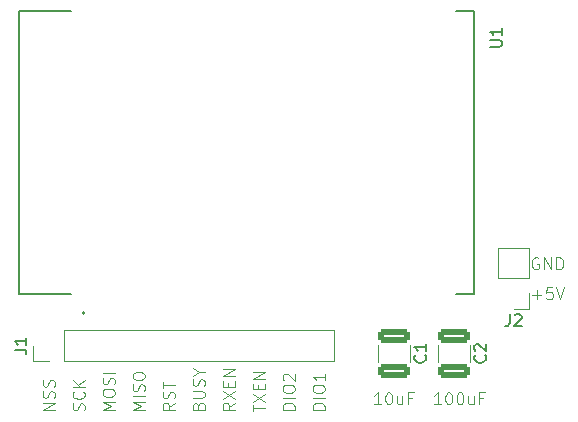
<source format=gto>
G04 #@! TF.GenerationSoftware,KiCad,Pcbnew,8.0.8*
G04 #@! TF.CreationDate,2025-02-15T12:45:03+02:00*
G04 #@! TF.ProjectId,E900M30S shield,45393030-4d33-4305-9320-736869656c64,rev?*
G04 #@! TF.SameCoordinates,Original*
G04 #@! TF.FileFunction,Legend,Top*
G04 #@! TF.FilePolarity,Positive*
%FSLAX46Y46*%
G04 Gerber Fmt 4.6, Leading zero omitted, Abs format (unit mm)*
G04 Created by KiCad (PCBNEW 8.0.8) date 2025-02-15 12:45:03*
%MOMM*%
%LPD*%
G01*
G04 APERTURE LIST*
G04 Aperture macros list*
%AMRoundRect*
0 Rectangle with rounded corners*
0 $1 Rounding radius*
0 $2 $3 $4 $5 $6 $7 $8 $9 X,Y pos of 4 corners*
0 Add a 4 corners polygon primitive as box body*
4,1,4,$2,$3,$4,$5,$6,$7,$8,$9,$2,$3,0*
0 Add four circle primitives for the rounded corners*
1,1,$1+$1,$2,$3*
1,1,$1+$1,$4,$5*
1,1,$1+$1,$6,$7*
1,1,$1+$1,$8,$9*
0 Add four rect primitives between the rounded corners*
20,1,$1+$1,$2,$3,$4,$5,0*
20,1,$1+$1,$4,$5,$6,$7,0*
20,1,$1+$1,$6,$7,$8,$9,0*
20,1,$1+$1,$8,$9,$2,$3,0*%
G04 Aperture macros list end*
%ADD10C,0.100000*%
%ADD11C,0.150000*%
%ADD12C,0.120000*%
%ADD13C,0.127000*%
%ADD14C,0.200000*%
%ADD15R,1.700000X1.700000*%
%ADD16O,1.700000X1.700000*%
%ADD17RoundRect,0.250000X-1.100000X0.325000X-1.100000X-0.325000X1.100000X-0.325000X1.100000X0.325000X0*%
%ADD18R,1.510000X2.080000*%
G04 APERTURE END LIST*
D10*
X147512693Y-133857419D02*
X146941265Y-133857419D01*
X147226979Y-133857419D02*
X147226979Y-132857419D01*
X147226979Y-132857419D02*
X147131741Y-133000276D01*
X147131741Y-133000276D02*
X147036503Y-133095514D01*
X147036503Y-133095514D02*
X146941265Y-133143133D01*
X148131741Y-132857419D02*
X148226979Y-132857419D01*
X148226979Y-132857419D02*
X148322217Y-132905038D01*
X148322217Y-132905038D02*
X148369836Y-132952657D01*
X148369836Y-132952657D02*
X148417455Y-133047895D01*
X148417455Y-133047895D02*
X148465074Y-133238371D01*
X148465074Y-133238371D02*
X148465074Y-133476466D01*
X148465074Y-133476466D02*
X148417455Y-133666942D01*
X148417455Y-133666942D02*
X148369836Y-133762180D01*
X148369836Y-133762180D02*
X148322217Y-133809800D01*
X148322217Y-133809800D02*
X148226979Y-133857419D01*
X148226979Y-133857419D02*
X148131741Y-133857419D01*
X148131741Y-133857419D02*
X148036503Y-133809800D01*
X148036503Y-133809800D02*
X147988884Y-133762180D01*
X147988884Y-133762180D02*
X147941265Y-133666942D01*
X147941265Y-133666942D02*
X147893646Y-133476466D01*
X147893646Y-133476466D02*
X147893646Y-133238371D01*
X147893646Y-133238371D02*
X147941265Y-133047895D01*
X147941265Y-133047895D02*
X147988884Y-132952657D01*
X147988884Y-132952657D02*
X148036503Y-132905038D01*
X148036503Y-132905038D02*
X148131741Y-132857419D01*
X149322217Y-133190752D02*
X149322217Y-133857419D01*
X148893646Y-133190752D02*
X148893646Y-133714561D01*
X148893646Y-133714561D02*
X148941265Y-133809800D01*
X148941265Y-133809800D02*
X149036503Y-133857419D01*
X149036503Y-133857419D02*
X149179360Y-133857419D01*
X149179360Y-133857419D02*
X149274598Y-133809800D01*
X149274598Y-133809800D02*
X149322217Y-133762180D01*
X150131741Y-133333609D02*
X149798408Y-133333609D01*
X149798408Y-133857419D02*
X149798408Y-132857419D01*
X149798408Y-132857419D02*
X150274598Y-132857419D01*
X124967419Y-134316115D02*
X123967419Y-134316115D01*
X123967419Y-134316115D02*
X124681704Y-133982782D01*
X124681704Y-133982782D02*
X123967419Y-133649449D01*
X123967419Y-133649449D02*
X124967419Y-133649449D01*
X123967419Y-132982782D02*
X123967419Y-132792306D01*
X123967419Y-132792306D02*
X124015038Y-132697068D01*
X124015038Y-132697068D02*
X124110276Y-132601830D01*
X124110276Y-132601830D02*
X124300752Y-132554211D01*
X124300752Y-132554211D02*
X124634085Y-132554211D01*
X124634085Y-132554211D02*
X124824561Y-132601830D01*
X124824561Y-132601830D02*
X124919800Y-132697068D01*
X124919800Y-132697068D02*
X124967419Y-132792306D01*
X124967419Y-132792306D02*
X124967419Y-132982782D01*
X124967419Y-132982782D02*
X124919800Y-133078020D01*
X124919800Y-133078020D02*
X124824561Y-133173258D01*
X124824561Y-133173258D02*
X124634085Y-133220877D01*
X124634085Y-133220877D02*
X124300752Y-133220877D01*
X124300752Y-133220877D02*
X124110276Y-133173258D01*
X124110276Y-133173258D02*
X124015038Y-133078020D01*
X124015038Y-133078020D02*
X123967419Y-132982782D01*
X124919800Y-132173258D02*
X124967419Y-132030401D01*
X124967419Y-132030401D02*
X124967419Y-131792306D01*
X124967419Y-131792306D02*
X124919800Y-131697068D01*
X124919800Y-131697068D02*
X124872180Y-131649449D01*
X124872180Y-131649449D02*
X124776942Y-131601830D01*
X124776942Y-131601830D02*
X124681704Y-131601830D01*
X124681704Y-131601830D02*
X124586466Y-131649449D01*
X124586466Y-131649449D02*
X124538847Y-131697068D01*
X124538847Y-131697068D02*
X124491228Y-131792306D01*
X124491228Y-131792306D02*
X124443609Y-131982782D01*
X124443609Y-131982782D02*
X124395990Y-132078020D01*
X124395990Y-132078020D02*
X124348371Y-132125639D01*
X124348371Y-132125639D02*
X124253133Y-132173258D01*
X124253133Y-132173258D02*
X124157895Y-132173258D01*
X124157895Y-132173258D02*
X124062657Y-132125639D01*
X124062657Y-132125639D02*
X124015038Y-132078020D01*
X124015038Y-132078020D02*
X123967419Y-131982782D01*
X123967419Y-131982782D02*
X123967419Y-131744687D01*
X123967419Y-131744687D02*
X124015038Y-131601830D01*
X124967419Y-131173258D02*
X123967419Y-131173258D01*
X160323884Y-124586466D02*
X161085789Y-124586466D01*
X160704836Y-124967419D02*
X160704836Y-124205514D01*
X162038169Y-123967419D02*
X161561979Y-123967419D01*
X161561979Y-123967419D02*
X161514360Y-124443609D01*
X161514360Y-124443609D02*
X161561979Y-124395990D01*
X161561979Y-124395990D02*
X161657217Y-124348371D01*
X161657217Y-124348371D02*
X161895312Y-124348371D01*
X161895312Y-124348371D02*
X161990550Y-124395990D01*
X161990550Y-124395990D02*
X162038169Y-124443609D01*
X162038169Y-124443609D02*
X162085788Y-124538847D01*
X162085788Y-124538847D02*
X162085788Y-124776942D01*
X162085788Y-124776942D02*
X162038169Y-124872180D01*
X162038169Y-124872180D02*
X161990550Y-124919800D01*
X161990550Y-124919800D02*
X161895312Y-124967419D01*
X161895312Y-124967419D02*
X161657217Y-124967419D01*
X161657217Y-124967419D02*
X161561979Y-124919800D01*
X161561979Y-124919800D02*
X161514360Y-124872180D01*
X162371503Y-123967419D02*
X162704836Y-124967419D01*
X162704836Y-124967419D02*
X163038169Y-123967419D01*
X127507419Y-134316115D02*
X126507419Y-134316115D01*
X126507419Y-134316115D02*
X127221704Y-133982782D01*
X127221704Y-133982782D02*
X126507419Y-133649449D01*
X126507419Y-133649449D02*
X127507419Y-133649449D01*
X127507419Y-133173258D02*
X126507419Y-133173258D01*
X127459800Y-132744687D02*
X127507419Y-132601830D01*
X127507419Y-132601830D02*
X127507419Y-132363735D01*
X127507419Y-132363735D02*
X127459800Y-132268497D01*
X127459800Y-132268497D02*
X127412180Y-132220878D01*
X127412180Y-132220878D02*
X127316942Y-132173259D01*
X127316942Y-132173259D02*
X127221704Y-132173259D01*
X127221704Y-132173259D02*
X127126466Y-132220878D01*
X127126466Y-132220878D02*
X127078847Y-132268497D01*
X127078847Y-132268497D02*
X127031228Y-132363735D01*
X127031228Y-132363735D02*
X126983609Y-132554211D01*
X126983609Y-132554211D02*
X126935990Y-132649449D01*
X126935990Y-132649449D02*
X126888371Y-132697068D01*
X126888371Y-132697068D02*
X126793133Y-132744687D01*
X126793133Y-132744687D02*
X126697895Y-132744687D01*
X126697895Y-132744687D02*
X126602657Y-132697068D01*
X126602657Y-132697068D02*
X126555038Y-132649449D01*
X126555038Y-132649449D02*
X126507419Y-132554211D01*
X126507419Y-132554211D02*
X126507419Y-132316116D01*
X126507419Y-132316116D02*
X126555038Y-132173259D01*
X126507419Y-131554211D02*
X126507419Y-131363735D01*
X126507419Y-131363735D02*
X126555038Y-131268497D01*
X126555038Y-131268497D02*
X126650276Y-131173259D01*
X126650276Y-131173259D02*
X126840752Y-131125640D01*
X126840752Y-131125640D02*
X127174085Y-131125640D01*
X127174085Y-131125640D02*
X127364561Y-131173259D01*
X127364561Y-131173259D02*
X127459800Y-131268497D01*
X127459800Y-131268497D02*
X127507419Y-131363735D01*
X127507419Y-131363735D02*
X127507419Y-131554211D01*
X127507419Y-131554211D02*
X127459800Y-131649449D01*
X127459800Y-131649449D02*
X127364561Y-131744687D01*
X127364561Y-131744687D02*
X127174085Y-131792306D01*
X127174085Y-131792306D02*
X126840752Y-131792306D01*
X126840752Y-131792306D02*
X126650276Y-131744687D01*
X126650276Y-131744687D02*
X126555038Y-131649449D01*
X126555038Y-131649449D02*
X126507419Y-131554211D01*
X160847693Y-121475038D02*
X160752455Y-121427419D01*
X160752455Y-121427419D02*
X160609598Y-121427419D01*
X160609598Y-121427419D02*
X160466741Y-121475038D01*
X160466741Y-121475038D02*
X160371503Y-121570276D01*
X160371503Y-121570276D02*
X160323884Y-121665514D01*
X160323884Y-121665514D02*
X160276265Y-121855990D01*
X160276265Y-121855990D02*
X160276265Y-121998847D01*
X160276265Y-121998847D02*
X160323884Y-122189323D01*
X160323884Y-122189323D02*
X160371503Y-122284561D01*
X160371503Y-122284561D02*
X160466741Y-122379800D01*
X160466741Y-122379800D02*
X160609598Y-122427419D01*
X160609598Y-122427419D02*
X160704836Y-122427419D01*
X160704836Y-122427419D02*
X160847693Y-122379800D01*
X160847693Y-122379800D02*
X160895312Y-122332180D01*
X160895312Y-122332180D02*
X160895312Y-121998847D01*
X160895312Y-121998847D02*
X160704836Y-121998847D01*
X161323884Y-122427419D02*
X161323884Y-121427419D01*
X161323884Y-121427419D02*
X161895312Y-122427419D01*
X161895312Y-122427419D02*
X161895312Y-121427419D01*
X162371503Y-122427419D02*
X162371503Y-121427419D01*
X162371503Y-121427419D02*
X162609598Y-121427419D01*
X162609598Y-121427419D02*
X162752455Y-121475038D01*
X162752455Y-121475038D02*
X162847693Y-121570276D01*
X162847693Y-121570276D02*
X162895312Y-121665514D01*
X162895312Y-121665514D02*
X162942931Y-121855990D01*
X162942931Y-121855990D02*
X162942931Y-121998847D01*
X162942931Y-121998847D02*
X162895312Y-122189323D01*
X162895312Y-122189323D02*
X162847693Y-122284561D01*
X162847693Y-122284561D02*
X162752455Y-122379800D01*
X162752455Y-122379800D02*
X162609598Y-122427419D01*
X162609598Y-122427419D02*
X162371503Y-122427419D01*
X140207419Y-134316115D02*
X139207419Y-134316115D01*
X139207419Y-134316115D02*
X139207419Y-134078020D01*
X139207419Y-134078020D02*
X139255038Y-133935163D01*
X139255038Y-133935163D02*
X139350276Y-133839925D01*
X139350276Y-133839925D02*
X139445514Y-133792306D01*
X139445514Y-133792306D02*
X139635990Y-133744687D01*
X139635990Y-133744687D02*
X139778847Y-133744687D01*
X139778847Y-133744687D02*
X139969323Y-133792306D01*
X139969323Y-133792306D02*
X140064561Y-133839925D01*
X140064561Y-133839925D02*
X140159800Y-133935163D01*
X140159800Y-133935163D02*
X140207419Y-134078020D01*
X140207419Y-134078020D02*
X140207419Y-134316115D01*
X140207419Y-133316115D02*
X139207419Y-133316115D01*
X139207419Y-132649449D02*
X139207419Y-132458973D01*
X139207419Y-132458973D02*
X139255038Y-132363735D01*
X139255038Y-132363735D02*
X139350276Y-132268497D01*
X139350276Y-132268497D02*
X139540752Y-132220878D01*
X139540752Y-132220878D02*
X139874085Y-132220878D01*
X139874085Y-132220878D02*
X140064561Y-132268497D01*
X140064561Y-132268497D02*
X140159800Y-132363735D01*
X140159800Y-132363735D02*
X140207419Y-132458973D01*
X140207419Y-132458973D02*
X140207419Y-132649449D01*
X140207419Y-132649449D02*
X140159800Y-132744687D01*
X140159800Y-132744687D02*
X140064561Y-132839925D01*
X140064561Y-132839925D02*
X139874085Y-132887544D01*
X139874085Y-132887544D02*
X139540752Y-132887544D01*
X139540752Y-132887544D02*
X139350276Y-132839925D01*
X139350276Y-132839925D02*
X139255038Y-132744687D01*
X139255038Y-132744687D02*
X139207419Y-132649449D01*
X139302657Y-131839925D02*
X139255038Y-131792306D01*
X139255038Y-131792306D02*
X139207419Y-131697068D01*
X139207419Y-131697068D02*
X139207419Y-131458973D01*
X139207419Y-131458973D02*
X139255038Y-131363735D01*
X139255038Y-131363735D02*
X139302657Y-131316116D01*
X139302657Y-131316116D02*
X139397895Y-131268497D01*
X139397895Y-131268497D02*
X139493133Y-131268497D01*
X139493133Y-131268497D02*
X139635990Y-131316116D01*
X139635990Y-131316116D02*
X140207419Y-131887544D01*
X140207419Y-131887544D02*
X140207419Y-131268497D01*
X122379800Y-134363734D02*
X122427419Y-134220877D01*
X122427419Y-134220877D02*
X122427419Y-133982782D01*
X122427419Y-133982782D02*
X122379800Y-133887544D01*
X122379800Y-133887544D02*
X122332180Y-133839925D01*
X122332180Y-133839925D02*
X122236942Y-133792306D01*
X122236942Y-133792306D02*
X122141704Y-133792306D01*
X122141704Y-133792306D02*
X122046466Y-133839925D01*
X122046466Y-133839925D02*
X121998847Y-133887544D01*
X121998847Y-133887544D02*
X121951228Y-133982782D01*
X121951228Y-133982782D02*
X121903609Y-134173258D01*
X121903609Y-134173258D02*
X121855990Y-134268496D01*
X121855990Y-134268496D02*
X121808371Y-134316115D01*
X121808371Y-134316115D02*
X121713133Y-134363734D01*
X121713133Y-134363734D02*
X121617895Y-134363734D01*
X121617895Y-134363734D02*
X121522657Y-134316115D01*
X121522657Y-134316115D02*
X121475038Y-134268496D01*
X121475038Y-134268496D02*
X121427419Y-134173258D01*
X121427419Y-134173258D02*
X121427419Y-133935163D01*
X121427419Y-133935163D02*
X121475038Y-133792306D01*
X122332180Y-132792306D02*
X122379800Y-132839925D01*
X122379800Y-132839925D02*
X122427419Y-132982782D01*
X122427419Y-132982782D02*
X122427419Y-133078020D01*
X122427419Y-133078020D02*
X122379800Y-133220877D01*
X122379800Y-133220877D02*
X122284561Y-133316115D01*
X122284561Y-133316115D02*
X122189323Y-133363734D01*
X122189323Y-133363734D02*
X121998847Y-133411353D01*
X121998847Y-133411353D02*
X121855990Y-133411353D01*
X121855990Y-133411353D02*
X121665514Y-133363734D01*
X121665514Y-133363734D02*
X121570276Y-133316115D01*
X121570276Y-133316115D02*
X121475038Y-133220877D01*
X121475038Y-133220877D02*
X121427419Y-133078020D01*
X121427419Y-133078020D02*
X121427419Y-132982782D01*
X121427419Y-132982782D02*
X121475038Y-132839925D01*
X121475038Y-132839925D02*
X121522657Y-132792306D01*
X122427419Y-132363734D02*
X121427419Y-132363734D01*
X122427419Y-131792306D02*
X121855990Y-132220877D01*
X121427419Y-131792306D02*
X121998847Y-132363734D01*
X119887419Y-134316115D02*
X118887419Y-134316115D01*
X118887419Y-134316115D02*
X119887419Y-133744687D01*
X119887419Y-133744687D02*
X118887419Y-133744687D01*
X119839800Y-133316115D02*
X119887419Y-133173258D01*
X119887419Y-133173258D02*
X119887419Y-132935163D01*
X119887419Y-132935163D02*
X119839800Y-132839925D01*
X119839800Y-132839925D02*
X119792180Y-132792306D01*
X119792180Y-132792306D02*
X119696942Y-132744687D01*
X119696942Y-132744687D02*
X119601704Y-132744687D01*
X119601704Y-132744687D02*
X119506466Y-132792306D01*
X119506466Y-132792306D02*
X119458847Y-132839925D01*
X119458847Y-132839925D02*
X119411228Y-132935163D01*
X119411228Y-132935163D02*
X119363609Y-133125639D01*
X119363609Y-133125639D02*
X119315990Y-133220877D01*
X119315990Y-133220877D02*
X119268371Y-133268496D01*
X119268371Y-133268496D02*
X119173133Y-133316115D01*
X119173133Y-133316115D02*
X119077895Y-133316115D01*
X119077895Y-133316115D02*
X118982657Y-133268496D01*
X118982657Y-133268496D02*
X118935038Y-133220877D01*
X118935038Y-133220877D02*
X118887419Y-133125639D01*
X118887419Y-133125639D02*
X118887419Y-132887544D01*
X118887419Y-132887544D02*
X118935038Y-132744687D01*
X119839800Y-132363734D02*
X119887419Y-132220877D01*
X119887419Y-132220877D02*
X119887419Y-131982782D01*
X119887419Y-131982782D02*
X119839800Y-131887544D01*
X119839800Y-131887544D02*
X119792180Y-131839925D01*
X119792180Y-131839925D02*
X119696942Y-131792306D01*
X119696942Y-131792306D02*
X119601704Y-131792306D01*
X119601704Y-131792306D02*
X119506466Y-131839925D01*
X119506466Y-131839925D02*
X119458847Y-131887544D01*
X119458847Y-131887544D02*
X119411228Y-131982782D01*
X119411228Y-131982782D02*
X119363609Y-132173258D01*
X119363609Y-132173258D02*
X119315990Y-132268496D01*
X119315990Y-132268496D02*
X119268371Y-132316115D01*
X119268371Y-132316115D02*
X119173133Y-132363734D01*
X119173133Y-132363734D02*
X119077895Y-132363734D01*
X119077895Y-132363734D02*
X118982657Y-132316115D01*
X118982657Y-132316115D02*
X118935038Y-132268496D01*
X118935038Y-132268496D02*
X118887419Y-132173258D01*
X118887419Y-132173258D02*
X118887419Y-131935163D01*
X118887419Y-131935163D02*
X118935038Y-131792306D01*
X135127419Y-133744687D02*
X134651228Y-134078020D01*
X135127419Y-134316115D02*
X134127419Y-134316115D01*
X134127419Y-134316115D02*
X134127419Y-133935163D01*
X134127419Y-133935163D02*
X134175038Y-133839925D01*
X134175038Y-133839925D02*
X134222657Y-133792306D01*
X134222657Y-133792306D02*
X134317895Y-133744687D01*
X134317895Y-133744687D02*
X134460752Y-133744687D01*
X134460752Y-133744687D02*
X134555990Y-133792306D01*
X134555990Y-133792306D02*
X134603609Y-133839925D01*
X134603609Y-133839925D02*
X134651228Y-133935163D01*
X134651228Y-133935163D02*
X134651228Y-134316115D01*
X134127419Y-133411353D02*
X135127419Y-132744687D01*
X134127419Y-132744687D02*
X135127419Y-133411353D01*
X134603609Y-132363734D02*
X134603609Y-132030401D01*
X135127419Y-131887544D02*
X135127419Y-132363734D01*
X135127419Y-132363734D02*
X134127419Y-132363734D01*
X134127419Y-132363734D02*
X134127419Y-131887544D01*
X135127419Y-131458972D02*
X134127419Y-131458972D01*
X134127419Y-131458972D02*
X135127419Y-130887544D01*
X135127419Y-130887544D02*
X134127419Y-130887544D01*
X132063609Y-133982782D02*
X132111228Y-133839925D01*
X132111228Y-133839925D02*
X132158847Y-133792306D01*
X132158847Y-133792306D02*
X132254085Y-133744687D01*
X132254085Y-133744687D02*
X132396942Y-133744687D01*
X132396942Y-133744687D02*
X132492180Y-133792306D01*
X132492180Y-133792306D02*
X132539800Y-133839925D01*
X132539800Y-133839925D02*
X132587419Y-133935163D01*
X132587419Y-133935163D02*
X132587419Y-134316115D01*
X132587419Y-134316115D02*
X131587419Y-134316115D01*
X131587419Y-134316115D02*
X131587419Y-133982782D01*
X131587419Y-133982782D02*
X131635038Y-133887544D01*
X131635038Y-133887544D02*
X131682657Y-133839925D01*
X131682657Y-133839925D02*
X131777895Y-133792306D01*
X131777895Y-133792306D02*
X131873133Y-133792306D01*
X131873133Y-133792306D02*
X131968371Y-133839925D01*
X131968371Y-133839925D02*
X132015990Y-133887544D01*
X132015990Y-133887544D02*
X132063609Y-133982782D01*
X132063609Y-133982782D02*
X132063609Y-134316115D01*
X131587419Y-133316115D02*
X132396942Y-133316115D01*
X132396942Y-133316115D02*
X132492180Y-133268496D01*
X132492180Y-133268496D02*
X132539800Y-133220877D01*
X132539800Y-133220877D02*
X132587419Y-133125639D01*
X132587419Y-133125639D02*
X132587419Y-132935163D01*
X132587419Y-132935163D02*
X132539800Y-132839925D01*
X132539800Y-132839925D02*
X132492180Y-132792306D01*
X132492180Y-132792306D02*
X132396942Y-132744687D01*
X132396942Y-132744687D02*
X131587419Y-132744687D01*
X132539800Y-132316115D02*
X132587419Y-132173258D01*
X132587419Y-132173258D02*
X132587419Y-131935163D01*
X132587419Y-131935163D02*
X132539800Y-131839925D01*
X132539800Y-131839925D02*
X132492180Y-131792306D01*
X132492180Y-131792306D02*
X132396942Y-131744687D01*
X132396942Y-131744687D02*
X132301704Y-131744687D01*
X132301704Y-131744687D02*
X132206466Y-131792306D01*
X132206466Y-131792306D02*
X132158847Y-131839925D01*
X132158847Y-131839925D02*
X132111228Y-131935163D01*
X132111228Y-131935163D02*
X132063609Y-132125639D01*
X132063609Y-132125639D02*
X132015990Y-132220877D01*
X132015990Y-132220877D02*
X131968371Y-132268496D01*
X131968371Y-132268496D02*
X131873133Y-132316115D01*
X131873133Y-132316115D02*
X131777895Y-132316115D01*
X131777895Y-132316115D02*
X131682657Y-132268496D01*
X131682657Y-132268496D02*
X131635038Y-132220877D01*
X131635038Y-132220877D02*
X131587419Y-132125639D01*
X131587419Y-132125639D02*
X131587419Y-131887544D01*
X131587419Y-131887544D02*
X131635038Y-131744687D01*
X132111228Y-131125639D02*
X132587419Y-131125639D01*
X131587419Y-131458972D02*
X132111228Y-131125639D01*
X132111228Y-131125639D02*
X131587419Y-130792306D01*
X142747419Y-134316115D02*
X141747419Y-134316115D01*
X141747419Y-134316115D02*
X141747419Y-134078020D01*
X141747419Y-134078020D02*
X141795038Y-133935163D01*
X141795038Y-133935163D02*
X141890276Y-133839925D01*
X141890276Y-133839925D02*
X141985514Y-133792306D01*
X141985514Y-133792306D02*
X142175990Y-133744687D01*
X142175990Y-133744687D02*
X142318847Y-133744687D01*
X142318847Y-133744687D02*
X142509323Y-133792306D01*
X142509323Y-133792306D02*
X142604561Y-133839925D01*
X142604561Y-133839925D02*
X142699800Y-133935163D01*
X142699800Y-133935163D02*
X142747419Y-134078020D01*
X142747419Y-134078020D02*
X142747419Y-134316115D01*
X142747419Y-133316115D02*
X141747419Y-133316115D01*
X141747419Y-132649449D02*
X141747419Y-132458973D01*
X141747419Y-132458973D02*
X141795038Y-132363735D01*
X141795038Y-132363735D02*
X141890276Y-132268497D01*
X141890276Y-132268497D02*
X142080752Y-132220878D01*
X142080752Y-132220878D02*
X142414085Y-132220878D01*
X142414085Y-132220878D02*
X142604561Y-132268497D01*
X142604561Y-132268497D02*
X142699800Y-132363735D01*
X142699800Y-132363735D02*
X142747419Y-132458973D01*
X142747419Y-132458973D02*
X142747419Y-132649449D01*
X142747419Y-132649449D02*
X142699800Y-132744687D01*
X142699800Y-132744687D02*
X142604561Y-132839925D01*
X142604561Y-132839925D02*
X142414085Y-132887544D01*
X142414085Y-132887544D02*
X142080752Y-132887544D01*
X142080752Y-132887544D02*
X141890276Y-132839925D01*
X141890276Y-132839925D02*
X141795038Y-132744687D01*
X141795038Y-132744687D02*
X141747419Y-132649449D01*
X142747419Y-131268497D02*
X142747419Y-131839925D01*
X142747419Y-131554211D02*
X141747419Y-131554211D01*
X141747419Y-131554211D02*
X141890276Y-131649449D01*
X141890276Y-131649449D02*
X141985514Y-131744687D01*
X141985514Y-131744687D02*
X142033133Y-131839925D01*
X152592693Y-133857419D02*
X152021265Y-133857419D01*
X152306979Y-133857419D02*
X152306979Y-132857419D01*
X152306979Y-132857419D02*
X152211741Y-133000276D01*
X152211741Y-133000276D02*
X152116503Y-133095514D01*
X152116503Y-133095514D02*
X152021265Y-133143133D01*
X153211741Y-132857419D02*
X153306979Y-132857419D01*
X153306979Y-132857419D02*
X153402217Y-132905038D01*
X153402217Y-132905038D02*
X153449836Y-132952657D01*
X153449836Y-132952657D02*
X153497455Y-133047895D01*
X153497455Y-133047895D02*
X153545074Y-133238371D01*
X153545074Y-133238371D02*
X153545074Y-133476466D01*
X153545074Y-133476466D02*
X153497455Y-133666942D01*
X153497455Y-133666942D02*
X153449836Y-133762180D01*
X153449836Y-133762180D02*
X153402217Y-133809800D01*
X153402217Y-133809800D02*
X153306979Y-133857419D01*
X153306979Y-133857419D02*
X153211741Y-133857419D01*
X153211741Y-133857419D02*
X153116503Y-133809800D01*
X153116503Y-133809800D02*
X153068884Y-133762180D01*
X153068884Y-133762180D02*
X153021265Y-133666942D01*
X153021265Y-133666942D02*
X152973646Y-133476466D01*
X152973646Y-133476466D02*
X152973646Y-133238371D01*
X152973646Y-133238371D02*
X153021265Y-133047895D01*
X153021265Y-133047895D02*
X153068884Y-132952657D01*
X153068884Y-132952657D02*
X153116503Y-132905038D01*
X153116503Y-132905038D02*
X153211741Y-132857419D01*
X154164122Y-132857419D02*
X154259360Y-132857419D01*
X154259360Y-132857419D02*
X154354598Y-132905038D01*
X154354598Y-132905038D02*
X154402217Y-132952657D01*
X154402217Y-132952657D02*
X154449836Y-133047895D01*
X154449836Y-133047895D02*
X154497455Y-133238371D01*
X154497455Y-133238371D02*
X154497455Y-133476466D01*
X154497455Y-133476466D02*
X154449836Y-133666942D01*
X154449836Y-133666942D02*
X154402217Y-133762180D01*
X154402217Y-133762180D02*
X154354598Y-133809800D01*
X154354598Y-133809800D02*
X154259360Y-133857419D01*
X154259360Y-133857419D02*
X154164122Y-133857419D01*
X154164122Y-133857419D02*
X154068884Y-133809800D01*
X154068884Y-133809800D02*
X154021265Y-133762180D01*
X154021265Y-133762180D02*
X153973646Y-133666942D01*
X153973646Y-133666942D02*
X153926027Y-133476466D01*
X153926027Y-133476466D02*
X153926027Y-133238371D01*
X153926027Y-133238371D02*
X153973646Y-133047895D01*
X153973646Y-133047895D02*
X154021265Y-132952657D01*
X154021265Y-132952657D02*
X154068884Y-132905038D01*
X154068884Y-132905038D02*
X154164122Y-132857419D01*
X155354598Y-133190752D02*
X155354598Y-133857419D01*
X154926027Y-133190752D02*
X154926027Y-133714561D01*
X154926027Y-133714561D02*
X154973646Y-133809800D01*
X154973646Y-133809800D02*
X155068884Y-133857419D01*
X155068884Y-133857419D02*
X155211741Y-133857419D01*
X155211741Y-133857419D02*
X155306979Y-133809800D01*
X155306979Y-133809800D02*
X155354598Y-133762180D01*
X156164122Y-133333609D02*
X155830789Y-133333609D01*
X155830789Y-133857419D02*
X155830789Y-132857419D01*
X155830789Y-132857419D02*
X156306979Y-132857419D01*
X136667419Y-134458972D02*
X136667419Y-133887544D01*
X137667419Y-134173258D02*
X136667419Y-134173258D01*
X136667419Y-133649448D02*
X137667419Y-132982782D01*
X136667419Y-132982782D02*
X137667419Y-133649448D01*
X137143609Y-132601829D02*
X137143609Y-132268496D01*
X137667419Y-132125639D02*
X137667419Y-132601829D01*
X137667419Y-132601829D02*
X136667419Y-132601829D01*
X136667419Y-132601829D02*
X136667419Y-132125639D01*
X137667419Y-131697067D02*
X136667419Y-131697067D01*
X136667419Y-131697067D02*
X137667419Y-131125639D01*
X137667419Y-131125639D02*
X136667419Y-131125639D01*
X130047419Y-133744687D02*
X129571228Y-134078020D01*
X130047419Y-134316115D02*
X129047419Y-134316115D01*
X129047419Y-134316115D02*
X129047419Y-133935163D01*
X129047419Y-133935163D02*
X129095038Y-133839925D01*
X129095038Y-133839925D02*
X129142657Y-133792306D01*
X129142657Y-133792306D02*
X129237895Y-133744687D01*
X129237895Y-133744687D02*
X129380752Y-133744687D01*
X129380752Y-133744687D02*
X129475990Y-133792306D01*
X129475990Y-133792306D02*
X129523609Y-133839925D01*
X129523609Y-133839925D02*
X129571228Y-133935163D01*
X129571228Y-133935163D02*
X129571228Y-134316115D01*
X129999800Y-133363734D02*
X130047419Y-133220877D01*
X130047419Y-133220877D02*
X130047419Y-132982782D01*
X130047419Y-132982782D02*
X129999800Y-132887544D01*
X129999800Y-132887544D02*
X129952180Y-132839925D01*
X129952180Y-132839925D02*
X129856942Y-132792306D01*
X129856942Y-132792306D02*
X129761704Y-132792306D01*
X129761704Y-132792306D02*
X129666466Y-132839925D01*
X129666466Y-132839925D02*
X129618847Y-132887544D01*
X129618847Y-132887544D02*
X129571228Y-132982782D01*
X129571228Y-132982782D02*
X129523609Y-133173258D01*
X129523609Y-133173258D02*
X129475990Y-133268496D01*
X129475990Y-133268496D02*
X129428371Y-133316115D01*
X129428371Y-133316115D02*
X129333133Y-133363734D01*
X129333133Y-133363734D02*
X129237895Y-133363734D01*
X129237895Y-133363734D02*
X129142657Y-133316115D01*
X129142657Y-133316115D02*
X129095038Y-133268496D01*
X129095038Y-133268496D02*
X129047419Y-133173258D01*
X129047419Y-133173258D02*
X129047419Y-132935163D01*
X129047419Y-132935163D02*
X129095038Y-132792306D01*
X129047419Y-132506591D02*
X129047419Y-131935163D01*
X130047419Y-132220877D02*
X129047419Y-132220877D01*
D11*
X116504819Y-129238333D02*
X117219104Y-129238333D01*
X117219104Y-129238333D02*
X117361961Y-129285952D01*
X117361961Y-129285952D02*
X117457200Y-129381190D01*
X117457200Y-129381190D02*
X117504819Y-129524047D01*
X117504819Y-129524047D02*
X117504819Y-129619285D01*
X117504819Y-128238333D02*
X117504819Y-128809761D01*
X117504819Y-128524047D02*
X116504819Y-128524047D01*
X116504819Y-128524047D02*
X116647676Y-128619285D01*
X116647676Y-128619285D02*
X116742914Y-128714523D01*
X116742914Y-128714523D02*
X116790533Y-128809761D01*
X158416666Y-126244819D02*
X158416666Y-126959104D01*
X158416666Y-126959104D02*
X158369047Y-127101961D01*
X158369047Y-127101961D02*
X158273809Y-127197200D01*
X158273809Y-127197200D02*
X158130952Y-127244819D01*
X158130952Y-127244819D02*
X158035714Y-127244819D01*
X158845238Y-126340057D02*
X158892857Y-126292438D01*
X158892857Y-126292438D02*
X158988095Y-126244819D01*
X158988095Y-126244819D02*
X159226190Y-126244819D01*
X159226190Y-126244819D02*
X159321428Y-126292438D01*
X159321428Y-126292438D02*
X159369047Y-126340057D01*
X159369047Y-126340057D02*
X159416666Y-126435295D01*
X159416666Y-126435295D02*
X159416666Y-126530533D01*
X159416666Y-126530533D02*
X159369047Y-126673390D01*
X159369047Y-126673390D02*
X158797619Y-127244819D01*
X158797619Y-127244819D02*
X159416666Y-127244819D01*
X151249580Y-129706666D02*
X151297200Y-129754285D01*
X151297200Y-129754285D02*
X151344819Y-129897142D01*
X151344819Y-129897142D02*
X151344819Y-129992380D01*
X151344819Y-129992380D02*
X151297200Y-130135237D01*
X151297200Y-130135237D02*
X151201961Y-130230475D01*
X151201961Y-130230475D02*
X151106723Y-130278094D01*
X151106723Y-130278094D02*
X150916247Y-130325713D01*
X150916247Y-130325713D02*
X150773390Y-130325713D01*
X150773390Y-130325713D02*
X150582914Y-130278094D01*
X150582914Y-130278094D02*
X150487676Y-130230475D01*
X150487676Y-130230475D02*
X150392438Y-130135237D01*
X150392438Y-130135237D02*
X150344819Y-129992380D01*
X150344819Y-129992380D02*
X150344819Y-129897142D01*
X150344819Y-129897142D02*
X150392438Y-129754285D01*
X150392438Y-129754285D02*
X150440057Y-129706666D01*
X151344819Y-128754285D02*
X151344819Y-129325713D01*
X151344819Y-129039999D02*
X150344819Y-129039999D01*
X150344819Y-129039999D02*
X150487676Y-129135237D01*
X150487676Y-129135237D02*
X150582914Y-129230475D01*
X150582914Y-129230475D02*
X150630533Y-129325713D01*
X156739819Y-103606904D02*
X157549342Y-103606904D01*
X157549342Y-103606904D02*
X157644580Y-103559285D01*
X157644580Y-103559285D02*
X157692200Y-103511666D01*
X157692200Y-103511666D02*
X157739819Y-103416428D01*
X157739819Y-103416428D02*
X157739819Y-103225952D01*
X157739819Y-103225952D02*
X157692200Y-103130714D01*
X157692200Y-103130714D02*
X157644580Y-103083095D01*
X157644580Y-103083095D02*
X157549342Y-103035476D01*
X157549342Y-103035476D02*
X156739819Y-103035476D01*
X157739819Y-102035476D02*
X157739819Y-102606904D01*
X157739819Y-102321190D02*
X156739819Y-102321190D01*
X156739819Y-102321190D02*
X156882676Y-102416428D01*
X156882676Y-102416428D02*
X156977914Y-102511666D01*
X156977914Y-102511666D02*
X157025533Y-102606904D01*
X156329580Y-129706666D02*
X156377200Y-129754285D01*
X156377200Y-129754285D02*
X156424819Y-129897142D01*
X156424819Y-129897142D02*
X156424819Y-129992380D01*
X156424819Y-129992380D02*
X156377200Y-130135237D01*
X156377200Y-130135237D02*
X156281961Y-130230475D01*
X156281961Y-130230475D02*
X156186723Y-130278094D01*
X156186723Y-130278094D02*
X155996247Y-130325713D01*
X155996247Y-130325713D02*
X155853390Y-130325713D01*
X155853390Y-130325713D02*
X155662914Y-130278094D01*
X155662914Y-130278094D02*
X155567676Y-130230475D01*
X155567676Y-130230475D02*
X155472438Y-130135237D01*
X155472438Y-130135237D02*
X155424819Y-129992380D01*
X155424819Y-129992380D02*
X155424819Y-129897142D01*
X155424819Y-129897142D02*
X155472438Y-129754285D01*
X155472438Y-129754285D02*
X155520057Y-129706666D01*
X155520057Y-129325713D02*
X155472438Y-129278094D01*
X155472438Y-129278094D02*
X155424819Y-129182856D01*
X155424819Y-129182856D02*
X155424819Y-128944761D01*
X155424819Y-128944761D02*
X155472438Y-128849523D01*
X155472438Y-128849523D02*
X155520057Y-128801904D01*
X155520057Y-128801904D02*
X155615295Y-128754285D01*
X155615295Y-128754285D02*
X155710533Y-128754285D01*
X155710533Y-128754285D02*
X155853390Y-128801904D01*
X155853390Y-128801904D02*
X156424819Y-129373332D01*
X156424819Y-129373332D02*
X156424819Y-128754285D01*
D12*
G04 #@! TO.C,J1*
X118050000Y-130235000D02*
X118050000Y-128905000D01*
X119380000Y-130235000D02*
X118050000Y-130235000D01*
X120650000Y-127575000D02*
X143570000Y-127575000D01*
X120650000Y-130235000D02*
X120650000Y-127575000D01*
X120650000Y-130235000D02*
X143570000Y-130235000D01*
X143570000Y-130235000D02*
X143570000Y-127575000D01*
G04 #@! TO.C,J2*
X157420000Y-123190000D02*
X157420000Y-120590000D01*
X160080000Y-120590000D02*
X157420000Y-120590000D01*
X160080000Y-123190000D02*
X157420000Y-123190000D01*
X160080000Y-123190000D02*
X160080000Y-120590000D01*
X160080000Y-124460000D02*
X160080000Y-125790000D01*
X160080000Y-125790000D02*
X158750000Y-125790000D01*
G04 #@! TO.C,C1*
X147230000Y-128828748D02*
X147230000Y-130251252D01*
X149950000Y-128828748D02*
X149950000Y-130251252D01*
D13*
G04 #@! TO.C,U1*
X116900000Y-100535000D02*
X121255000Y-100535000D01*
X116900000Y-124535000D02*
X116900000Y-100535000D01*
X116900000Y-124535000D02*
X121255000Y-124535000D01*
X153865000Y-100535000D02*
X155400000Y-100535000D01*
X155400000Y-100535000D02*
X155400000Y-124535000D01*
X155400000Y-124535000D02*
X153865000Y-124535000D01*
D14*
X122430000Y-126150000D02*
G75*
G02*
X122230000Y-126150000I-100000J0D01*
G01*
X122230000Y-126150000D02*
G75*
G02*
X122430000Y-126150000I100000J0D01*
G01*
D12*
G04 #@! TO.C,C2*
X152310000Y-128828748D02*
X152310000Y-130251252D01*
X155030000Y-128828748D02*
X155030000Y-130251252D01*
G04 #@! TD*
%LPC*%
D15*
G04 #@! TO.C,J1*
X119380000Y-128905000D03*
D16*
X121920000Y-128905000D03*
X124460000Y-128905000D03*
X127000000Y-128905000D03*
X129540000Y-128905000D03*
X132080000Y-128905000D03*
X134620000Y-128905000D03*
X137160000Y-128905000D03*
X139700000Y-128905000D03*
X142240000Y-128905000D03*
G04 #@! TD*
D15*
G04 #@! TO.C,J2*
X158750000Y-124460000D03*
D16*
X158750000Y-121920000D03*
G04 #@! TD*
D17*
G04 #@! TO.C,C1*
X148590000Y-128065000D03*
X148590000Y-131015000D03*
G04 #@! TD*
D18*
G04 #@! TO.C,U1*
X122330000Y-124110000D03*
X124870000Y-124110000D03*
X127410000Y-124110000D03*
X135010000Y-124110000D03*
X137550000Y-124110000D03*
X140090000Y-124110000D03*
X142630000Y-124110000D03*
X145170000Y-124110000D03*
X147710000Y-124110000D03*
X150250000Y-124110000D03*
X152790000Y-124110000D03*
X152790000Y-100960000D03*
X150250000Y-100960000D03*
X147710000Y-100960000D03*
X145170000Y-100960000D03*
X142630000Y-100960000D03*
X140090000Y-100960000D03*
X137550000Y-100960000D03*
X135010000Y-100960000D03*
X127410000Y-100960000D03*
X124870000Y-100960000D03*
X122330000Y-100960000D03*
G04 #@! TD*
D17*
G04 #@! TO.C,C2*
X153670000Y-128065000D03*
X153670000Y-131015000D03*
G04 #@! TD*
%LPD*%
M02*

</source>
